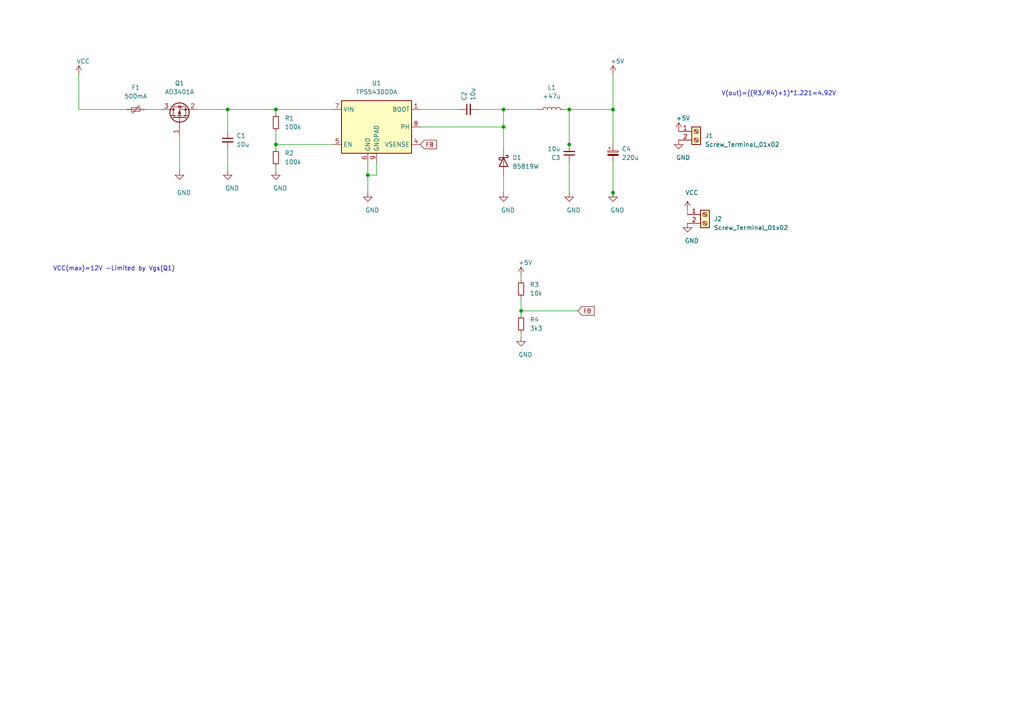
<source format=kicad_sch>
(kicad_sch (version 20210126) (generator eeschema)
  (paper "A4")
  (lib_symbols
    (symbol "Connector:Screw_Terminal_01x02" (pin_names (offset 1.016) hide)
      (property "Reference" "J" (at 0 2.54 0))
      (property "Value" "Screw_Terminal_01x02" (at 0 -5.08 0))
      (symbol "Screw_Terminal_01x02_1_1"
        (circle (center 0 -2.54) (radius 0.635) (stroke (width 0.1524)))
        (circle (center 0 0) (radius 0.635) (stroke (width 0.1524)))
        (rectangle (start -1.27 1.27) (end 1.27 -3.81) (stroke (width 0.254)) (fill (type background)))
        (polyline (pts (xy -0.5334 -2.2098) (xy 0.3302 -3.048)) (stroke (width 0.1524)))
        (polyline (pts (xy -0.5334 0.3302) (xy 0.3302 -0.508)) (stroke (width 0.1524)))
        (polyline (pts (xy -0.3556 -2.032) (xy 0.508 -2.8702)) (stroke (width 0.1524)))
        (polyline (pts (xy -0.3556 0.508) (xy 0.508 -0.3302)) (stroke (width 0.1524)))
        (pin passive line (at -5.08 0 0) (length 3.81) (name "Pin_1") (number "1"))
        (pin passive line (at -5.08 -2.54 0) (length 3.81) (name "Pin_2") (number "2"))
      )
    )
    (symbol "Device:C_Polarized_Small" (pin_numbers hide) (pin_names (offset 0.254) hide)
      (property "Reference" "C" (at 0.254 1.778 0))
      (property "Value" "C_Polarized_Small" (at 0.254 -2.032 0))
      (symbol "C_Polarized_Small_0_1"
        (rectangle (start -1.524 -0.3048) (end 1.524 -0.6858) (fill (type outline)))
        (rectangle (start -1.524 0.6858) (end 1.524 0.3048))
        (polyline (pts (xy -1.27 1.524) (xy -0.762 1.524)))
        (polyline (pts (xy -1.016 1.27) (xy -1.016 1.778)))
      )
      (symbol "C_Polarized_Small_1_1"
        (pin passive line (at 0 2.54 270) (length 1.8542) (name "~") (number "1"))
        (pin passive line (at 0 -2.54 90) (length 1.8542) (name "~") (number "2"))
      )
    )
    (symbol "Device:C_Small" (pin_numbers hide) (pin_names (offset 0.254) hide)
      (property "Reference" "C" (at 0.254 1.778 0))
      (property "Value" "C_Small" (at 0.254 -2.032 0))
      (symbol "C_Small_0_1"
        (polyline (pts (xy -1.524 -0.508) (xy 1.524 -0.508)) (stroke (width 0.3302)))
        (polyline (pts (xy -1.524 0.508) (xy 1.524 0.508)) (stroke (width 0.3048)))
      )
      (symbol "C_Small_1_1"
        (pin passive line (at 0 2.54 270) (length 2.032) (name "~") (number "1"))
        (pin passive line (at 0 -2.54 90) (length 2.032) (name "~") (number "2"))
      )
    )
    (symbol "Device:D_Schottky" (pin_numbers hide) (pin_names (offset 1.016) hide)
      (property "Reference" "D" (at 0 2.54 0))
      (property "Value" "D_Schottky" (at 0 -2.54 0))
      (symbol "D_Schottky_0_1"
        (polyline (pts (xy 1.27 0) (xy -1.27 0)))
        (polyline (pts (xy 1.27 1.27) (xy 1.27 -1.27) (xy -1.27 0) (xy 1.27 1.27)) (stroke (width 0.254)))
        (polyline (pts (xy -1.905 0.635) (xy -1.905 1.27) (xy -1.27 1.27) (xy -1.27 -1.27) (xy -0.635 -1.27) (xy -0.635 -0.635)) (stroke (width 0.254)))
      )
      (symbol "D_Schottky_1_1"
        (pin passive line (at -3.81 0 0) (length 2.54) (name "K") (number "1"))
        (pin passive line (at 3.81 0 180) (length 2.54) (name "A") (number "2"))
      )
    )
    (symbol "Device:L" (pin_numbers hide) (pin_names (offset 1.016) hide)
      (property "Reference" "L" (at -1.27 0 90))
      (property "Value" "L" (at 1.905 0 90))
      (symbol "L_0_1"
        (arc (start 0 -2.54) (end 0 -1.27) (radius (at 0 -1.905) (length 0.635) (angles -89.9 89.9)))
        (arc (start 0 -1.27) (end 0 0) (radius (at 0 -0.635) (length 0.635) (angles -89.9 89.9)))
        (arc (start 0 0) (end 0 1.27) (radius (at 0 0.635) (length 0.635) (angles -89.9 89.9)))
        (arc (start 0 1.27) (end 0 2.54) (radius (at 0 1.905) (length 0.635) (angles -89.9 89.9)))
      )
      (symbol "L_1_1"
        (pin passive line (at 0 3.81 270) (length 1.27) (name "1") (number "1"))
        (pin passive line (at 0 -3.81 90) (length 1.27) (name "2") (number "2"))
      )
    )
    (symbol "Device:Polyfuse_Small" (pin_numbers hide) (pin_names (offset 0))
      (property "Reference" "F" (at -1.905 0 90))
      (property "Value" "Polyfuse_Small" (at 1.905 0 90))
      (symbol "Polyfuse_Small_0_1"
        (rectangle (start -0.508 1.27) (end 0.508 -1.27))
        (polyline (pts (xy 0 2.54) (xy 0 -2.54)))
        (polyline (pts (xy -1.016 1.27) (xy -1.016 0.762) (xy 1.016 -0.762) (xy 1.016 -1.27)))
      )
      (symbol "Polyfuse_Small_1_1"
        (pin passive line (at 0 2.54 270) (length 0.635) (name "~") (number "1"))
        (pin passive line (at 0 -2.54 90) (length 0.635) (name "~") (number "2"))
      )
    )
    (symbol "Device:Q_PMOS_GSD" (pin_names (offset 0) hide)
      (property "Reference" "Q" (at 5.08 1.27 0))
      (property "Value" "Q_PMOS_GSD" (at 5.08 -1.27 0))
      (symbol "Q_PMOS_GSD_0_1"
        (circle (center 1.651 0) (radius 2.794) (stroke (width 0.254)))
        (circle (center 2.54 -1.778) (radius 0.254) (fill (type outline)))
        (circle (center 2.54 1.778) (radius 0.254) (fill (type outline)))
        (polyline (pts (xy 0.254 0) (xy -2.54 0)))
        (polyline (pts (xy 0.254 1.905) (xy 0.254 -1.905)) (stroke (width 0.254)))
        (polyline (pts (xy 0.762 -1.27) (xy 0.762 -2.286)) (stroke (width 0.254)))
        (polyline (pts (xy 0.762 0.508) (xy 0.762 -0.508)) (stroke (width 0.254)))
        (polyline (pts (xy 0.762 2.286) (xy 0.762 1.27)) (stroke (width 0.254)))
        (polyline (pts (xy 2.54 2.54) (xy 2.54 1.778)))
        (polyline (pts (xy 2.54 -2.54) (xy 2.54 0) (xy 0.762 0)))
        (polyline (pts (xy 0.762 1.778) (xy 3.302 1.778) (xy 3.302 -1.778) (xy 0.762 -1.778)))
        (polyline (pts (xy 2.286 0) (xy 1.27 0.381) (xy 1.27 -0.381) (xy 2.286 0)) (fill (type outline)))
        (polyline (pts (xy 2.794 -0.508) (xy 2.921 -0.381) (xy 3.683 -0.381) (xy 3.81 -0.254)))
        (polyline (pts (xy 3.302 -0.381) (xy 2.921 0.254) (xy 3.683 0.254) (xy 3.302 -0.381)))
      )
      (symbol "Q_PMOS_GSD_1_1"
        (pin input line (at -5.08 0 0) (length 2.54) (name "G") (number "1"))
        (pin passive line (at 2.54 -5.08 90) (length 2.54) (name "S") (number "2"))
        (pin passive line (at 2.54 5.08 270) (length 2.54) (name "D") (number "3"))
      )
    )
    (symbol "Device:R_Small" (pin_numbers hide) (pin_names (offset 0.254) hide)
      (property "Reference" "R" (at 0.762 0.508 0))
      (property "Value" "R_Small" (at 0.762 -1.016 0))
      (symbol "R_Small_0_1"
        (rectangle (start -0.762 1.778) (end 0.762 -1.778) (stroke (width 0.2032)))
      )
      (symbol "R_Small_1_1"
        (pin passive line (at 0 2.54 270) (length 0.762) (name "~") (number "1"))
        (pin passive line (at 0 -2.54 90) (length 0.762) (name "~") (number "2"))
      )
    )
    (symbol "Regulator_Switching:TPS5430DDA"
      (property "Reference" "U" (at -10.16 8.89 0))
      (property "Value" "TPS5430DDA" (at -1.27 8.89 0))
      (symbol "TPS5430DDA_0_1"
        (rectangle (start -10.16 7.62) (end 10.16 -7.62) (stroke (width 0.254)) (fill (type background)))
      )
      (symbol "TPS5430DDA_1_1"
        (pin input line (at 12.7 5.08 180) (length 2.54) (name "BOOT") (number "1"))
        (pin no_connect line (at -10.16 2.54 0) (length 2.54) hide (name "NC") (number "2"))
        (pin no_connect line (at -10.16 -2.54 0) (length 2.54) hide (name "NC") (number "3"))
        (pin input line (at 12.7 -5.08 180) (length 2.54) (name "VSENSE") (number "4"))
        (pin input line (at -12.7 -5.08 0) (length 2.54) (name "EN") (number "5"))
        (pin power_in line (at -2.54 -10.16 90) (length 2.54) (name "GND") (number "6"))
        (pin power_in line (at -12.7 5.08 0) (length 2.54) (name "VIN") (number "7"))
        (pin output line (at 12.7 0 180) (length 2.54) (name "PH") (number "8"))
        (pin power_in line (at 0 -10.16 90) (length 2.54) (name "GNDPAD") (number "9"))
      )
    )
    (symbol "power:+5V" (power) (pin_names (offset 0))
      (property "Value" "+5V" (at 0 3.556 0))
      (symbol "+5V_0_1"
        (polyline (pts (xy -0.762 1.27) (xy 0 2.54)))
        (polyline (pts (xy 0 0) (xy 0 2.54)))
        (polyline (pts (xy 0 2.54) (xy 0.762 1.27)))
      )
      (symbol "+5V_1_1"
        (pin power_in line (at 0 0 90) (length 0) hide (name "+5V") (number "1"))
      )
    )
    (symbol "power:GND" (power) (pin_names (offset 0))
      (property "Value" "GND" (at 0 -3.81 0))
      (symbol "GND_0_1"
        (polyline (pts (xy 0 0) (xy 0 -1.27) (xy 1.27 -1.27) (xy 0 -2.54) (xy -1.27 -1.27) (xy 0 -1.27)))
      )
      (symbol "GND_1_1"
        (pin power_in line (at 0 0 270) (length 0) hide (name "GND") (number "1"))
      )
    )
    (symbol "power:VCC" (power) (pin_names (offset 0))
      (property "Value" "VCC" (at 0 3.81 0))
      (symbol "VCC_0_1"
        (polyline (pts (xy -0.762 1.27) (xy 0 2.54)))
        (polyline (pts (xy 0 0) (xy 0 2.54)))
        (polyline (pts (xy 0 2.54) (xy 0.762 1.27)))
      )
      (symbol "VCC_1_1"
        (pin power_in line (at 0 0 90) (length 0) hide (name "VCC") (number "1"))
      )
    )
  )
  (junction (at 66.04 31.75) (diameter 0.9144))
  (junction (at 80.01 31.75) (diameter 0.9144))
  (junction (at 80.01 41.91) (diameter 0.9144))
  (junction (at 106.68 50.8) (diameter 0.9144))
  (junction (at 146.05 31.75) (diameter 0.9144))
  (junction (at 146.05 36.83) (diameter 0.9144))
  (junction (at 151.13 90.17) (diameter 0.9144))
  (junction (at 165.1 31.75) (diameter 0.9144))
  (junction (at 165.1 41.91) (diameter 0.9144))
  (junction (at 177.8 31.75) (diameter 0.9144))
  (junction (at 177.8 55.88) (diameter 0.9144))
  (wire (pts (xy 22.86 31.75) (xy 22.86 21.59)))
  (wire (pts (xy 36.83 31.75) (xy 22.86 31.75)))
  (wire (pts (xy 41.91 31.75) (xy 46.99 31.75)))
  (wire (pts (xy 52.07 39.37) (xy 52.07 49.53)))
  (wire (pts (xy 57.15 31.75) (xy 66.04 31.75)))
  (wire (pts (xy 66.04 31.75) (xy 66.04 38.1)))
  (wire (pts (xy 66.04 31.75) (xy 80.01 31.75)))
  (wire (pts (xy 66.04 43.18) (xy 66.04 49.53)))
  (wire (pts (xy 80.01 31.75) (xy 80.01 33.02)))
  (wire (pts (xy 80.01 31.75) (xy 96.52 31.75)))
  (wire (pts (xy 80.01 38.1) (xy 80.01 41.91)))
  (wire (pts (xy 80.01 41.91) (xy 80.01 43.18)))
  (wire (pts (xy 80.01 48.26) (xy 80.01 49.53)))
  (wire (pts (xy 96.52 41.91) (xy 80.01 41.91)))
  (wire (pts (xy 106.68 46.99) (xy 106.68 50.8)))
  (wire (pts (xy 106.68 50.8) (xy 106.68 55.88)))
  (wire (pts (xy 106.68 50.8) (xy 109.22 50.8)))
  (wire (pts (xy 109.22 46.99) (xy 109.22 50.8)))
  (wire (pts (xy 121.92 31.75) (xy 133.35 31.75)))
  (wire (pts (xy 121.92 36.83) (xy 146.05 36.83)))
  (wire (pts (xy 138.43 31.75) (xy 146.05 31.75)))
  (wire (pts (xy 146.05 31.75) (xy 156.21 31.75)))
  (wire (pts (xy 146.05 36.83) (xy 146.05 31.75)))
  (wire (pts (xy 146.05 36.83) (xy 146.05 43.18)))
  (wire (pts (xy 146.05 50.8) (xy 146.05 55.88)))
  (wire (pts (xy 151.13 80.01) (xy 151.13 81.28)))
  (wire (pts (xy 151.13 86.36) (xy 151.13 90.17)))
  (wire (pts (xy 151.13 90.17) (xy 151.13 91.44)))
  (wire (pts (xy 151.13 96.52) (xy 151.13 97.79)))
  (wire (pts (xy 165.1 31.75) (xy 163.83 31.75)))
  (wire (pts (xy 165.1 31.75) (xy 165.1 41.91)))
  (wire (pts (xy 165.1 31.75) (xy 177.8 31.75)))
  (wire (pts (xy 165.1 41.91) (xy 165.1 43.18)))
  (wire (pts (xy 165.1 46.99) (xy 165.1 55.88)))
  (wire (pts (xy 167.64 90.17) (xy 151.13 90.17)))
  (wire (pts (xy 177.8 21.59) (xy 177.8 31.75)))
  (wire (pts (xy 177.8 31.75) (xy 177.8 41.91)))
  (wire (pts (xy 177.8 46.99) (xy 177.8 55.88)))
  (wire (pts (xy 177.8 55.88) (xy 177.8 57.15)))
  (wire (pts (xy 199.39 60.96) (xy 199.39 62.23)))
  (text "VCC(max)=12V -Limited by Vgs(Q1)\n" (at 50.8 78.74 180) (effects (font (size 1.27 1.27)) (justify right bottom)))
  (text "V(out)=((R3/R4)+1)*1.221=4.92V\n" (at 242.57 27.94 180) (effects (font (size 1.27 1.27)) (justify right bottom)))
  (global_label "F8" (shape input) (at 121.92 41.91 0) (property "Intersheet References" "${INTERSHEET_REFS}" (effects hide)))
  (global_label "F8" (shape input) (at 167.64 90.17 0) (property "Intersheet References" "${INTERSHEET_REFS}" (effects hide)))
  (symbol (lib_id "power:VCC") (at 22.86 21.59 0) (unit 1)
    (property "Reference" "#PWR0101" (effects hide))
    (property "Value" "VCC" (at 24.13 17.78 0))
  )
  (symbol (lib_id "power:+5V") (at 151.13 80.01 0) (unit 1)
    (property "Reference" "#PWR06" (effects hide))
    (property "Value" "+5V" (at 152.4 76.2 0))
  )
  (symbol (lib_id "power:+5V") (at 177.8 21.59 0) (unit 1)
    (property "Reference" "#PWR09" (effects hide))
    (property "Value" "+5V" (at 179.07 17.78 0))
  )
  (symbol (lib_id "power:+5V") (at 196.85 38.1 0) (unit 1)
    (property "Reference" "#PWR011" (effects hide))
    (property "Value" "+5V" (at 198.12 34.29 0))
  )
  (symbol (lib_id "power:VCC") (at 199.39 60.96 0) (unit 1)
    (property "Reference" "#PWR013" (effects hide))
    (property "Value" "VCC" (at 200.66 55.88 0))
  )
  (symbol (lib_id "Device:L") (at 160.02 31.75 90) (unit 1)
    (property "Reference" "L1" (at 160.02 25.4 90))
    (property "Value" "+47u" (at 160.02 27.94 90))
    (property "Footprint" "Inductor_SMD:L_12x12mm_H8mm" (effects hide))
  )
  (symbol (lib_id "power:GND") (at 52.07 49.53 0) (unit 1)
    (property "Reference" "#PWR01" (effects hide))
    (property "Value" "GND" (at 53.34 55.88 0))
  )
  (symbol (lib_id "power:GND") (at 66.04 49.53 0) (unit 1)
    (property "Reference" "#PWR02" (effects hide))
    (property "Value" "GND" (at 67.31 54.61 0))
  )
  (symbol (lib_id "power:GND") (at 80.01 49.53 0) (unit 1)
    (property "Reference" "#PWR03" (effects hide))
    (property "Value" "GND" (at 81.28 54.61 0))
  )
  (symbol (lib_id "power:GND") (at 106.68 55.88 0) (unit 1)
    (property "Reference" "#PWR04" (effects hide))
    (property "Value" "GND" (at 107.95 60.96 0))
  )
  (symbol (lib_id "power:GND") (at 146.05 55.88 0) (unit 1)
    (property "Reference" "#PWR05" (effects hide))
    (property "Value" "GND" (at 147.32 60.96 0))
  )
  (symbol (lib_id "power:GND") (at 151.13 97.79 0) (unit 1)
    (property "Reference" "#PWR07" (effects hide))
    (property "Value" "GND" (at 152.4 102.87 0))
  )
  (symbol (lib_id "power:GND") (at 165.1 55.88 0) (unit 1)
    (property "Reference" "#PWR08" (effects hide))
    (property "Value" "GND" (at 166.37 60.96 0))
  )
  (symbol (lib_id "power:GND") (at 177.8 55.88 0) (unit 1)
    (property "Reference" "#PWR010" (effects hide))
    (property "Value" "GND" (at 179.07 60.96 0))
  )
  (symbol (lib_id "power:GND") (at 196.85 40.64 0) (unit 1)
    (property "Reference" "#PWR012" (effects hide))
    (property "Value" "GND" (at 198.12 45.72 0))
  )
  (symbol (lib_id "power:GND") (at 199.39 64.77 0) (unit 1)
    (property "Reference" "#PWR014" (effects hide))
    (property "Value" "GND" (at 200.66 69.85 0))
  )
  (symbol (lib_id "Device:R_Small") (at 80.01 35.56 0) (unit 1)
    (property "Reference" "R1" (at 82.55 34.29 0) (effects (justify left)))
    (property "Value" "100k" (at 82.55 36.83 0) (effects (justify left)))
    (property "Footprint" "Resistor_SMD:R_0805_2012Metric_Pad1.20x1.40mm_HandSolder" (effects hide))
  )
  (symbol (lib_id "Device:R_Small") (at 80.01 45.72 0) (unit 1)
    (property "Reference" "R2" (at 82.55 44.45 0) (effects (justify left)))
    (property "Value" "100k" (at 82.55 46.99 0) (effects (justify left)))
    (property "Footprint" "Resistor_SMD:R_0805_2012Metric_Pad1.20x1.40mm_HandSolder" (effects hide))
  )
  (symbol (lib_id "Device:R_Small") (at 151.13 83.82 0) (unit 1)
    (property "Reference" "R3" (at 153.67 82.55 0) (effects (justify left)))
    (property "Value" "10k" (at 153.67 85.09 0) (effects (justify left)))
    (property "Footprint" "Resistor_SMD:R_0805_2012Metric_Pad1.20x1.40mm_HandSolder" (effects hide))
  )
  (symbol (lib_id "Device:R_Small") (at 151.13 93.98 0) (unit 1)
    (property "Reference" "R4" (at 153.67 92.71 0) (effects (justify left)))
    (property "Value" "3k3" (at 153.67 95.25 0) (effects (justify left)))
    (property "Footprint" "Resistor_SMD:R_0805_2012Metric_Pad1.20x1.40mm_HandSolder" (effects hide))
  )
  (symbol (lib_id "Device:Polyfuse_Small") (at 39.37 31.75 90) (unit 1)
    (property "Reference" "F1" (at 39.37 25.4 90))
    (property "Value" "500mA" (at 39.37 27.94 90))
    (property "Footprint" "Fuse:Fuse_1210_3225Metric_Pad1.42x2.65mm_HandSolder" (effects hide))
  )
  (symbol (lib_id "Device:C_Polarized_Small") (at 177.8 44.45 0) (unit 1)
    (property "Reference" "C4" (at 180.34 43.18 0) (effects (justify left)))
    (property "Value" "220u" (at 180.34 45.72 0) (effects (justify left)))
    (property "Footprint" "Capacitor_Tantalum_SMD:CP_EIA-7343-15_Kemet-W_Pad2.25x2.55mm_HandSolder" (effects hide))
  )
  (symbol (lib_id "Device:C_Small") (at 66.04 40.64 0) (unit 1)
    (property "Reference" "C1" (at 68.58 39.37 0) (effects (justify left)))
    (property "Value" "10u" (at 68.58 41.91 0) (effects (justify left)))
    (property "Footprint" "Capacitor_SMD:C_1206_3216Metric_Pad1.33x1.80mm_HandSolder" (effects hide))
  )
  (symbol (lib_id "Device:C_Small") (at 135.89 31.75 90) (unit 1)
    (property "Reference" "C2" (at 134.62 29.21 0) (effects (justify left)))
    (property "Value" "10u" (at 137.16 29.21 0) (effects (justify left)))
    (property "Footprint" "Capacitor_SMD:C_1206_3216Metric_Pad1.33x1.80mm_HandSolder" (effects hide))
  )
  (symbol (lib_id "Device:C_Small") (at 165.1 44.45 180) (unit 1)
    (property "Reference" "C3" (at 162.56 45.72 0) (effects (justify left)))
    (property "Value" "10u" (at 162.56 43.18 0) (effects (justify left)))
    (property "Footprint" "Capacitor_SMD:C_1206_3216Metric_Pad1.33x1.80mm_HandSolder" (effects hide))
  )
  (symbol (lib_id "Device:D_Schottky") (at 146.05 46.99 270) (unit 1)
    (property "Reference" "D1" (at 148.59 45.72 90) (effects (justify left)))
    (property "Value" "B5819W" (at 148.59 48.26 90) (effects (justify left)))
    (property "Footprint" "Diode_SMD:D_SOD-323F" (effects hide))
  )
  (symbol (lib_id "Connector:Screw_Terminal_01x02") (at 201.93 38.1 0) (unit 1)
    (property "Reference" "J1" (at 204.47 39.37 0) (effects (justify left)))
    (property "Value" "Screw_Terminal_01x02" (at 204.47 41.91 0) (effects (justify left)))
    (property "Footprint" "TerminalBlock:TerminalBlock_Altech_AK300-2_P5.00mm" (effects hide))
  )
  (symbol (lib_id "Connector:Screw_Terminal_01x02") (at 204.47 62.23 0) (unit 1)
    (property "Reference" "J2" (at 207.01 63.5 0) (effects (justify left)))
    (property "Value" "Screw_Terminal_01x02" (at 207.01 66.04 0) (effects (justify left)))
    (property "Footprint" "TerminalBlock:TerminalBlock_Altech_AK300-2_P5.00mm" (effects hide))
  )
  (symbol (lib_id "Device:Q_PMOS_GSD") (at 52.07 34.29 90) (unit 1)
    (property "Reference" "Q1" (at 52.07 24.13 90))
    (property "Value" "AO3401A" (at 52.07 26.67 90))
    (property "Footprint" "Package_TO_SOT_SMD:SC-59_Handsoldering" (effects hide))
  )
  (symbol (lib_id "Regulator_Switching:TPS5430DDA") (at 109.22 36.83 0) (unit 1)
    (property "Reference" "U1" (at 109.22 24.13 0))
    (property "Value" "TPS5430DDA" (at 109.22 26.67 0))
    (property "Footprint" "Package_SO:TI_SO-PowerPAD-8_ThermalVias" (effects hide))
    (property "Datasheet" "http://www.ti.com/lit/ds/symlink/tps5430.pdf" (effects hide))
  )
)
</source>
